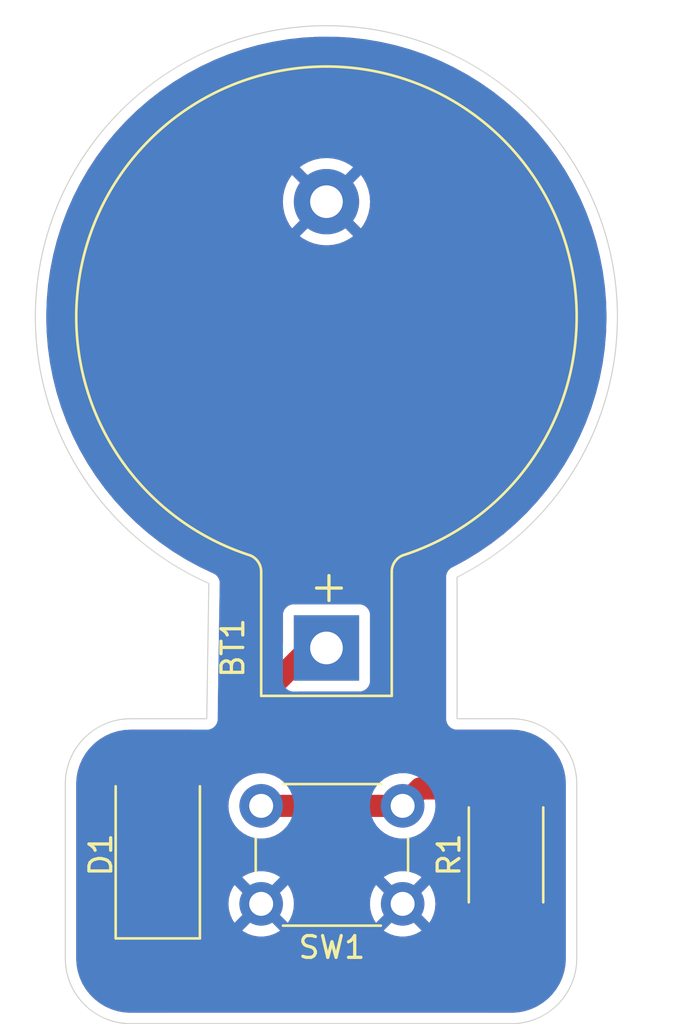
<source format=kicad_pcb>
(kicad_pcb (version 20240108) (generator "pcbnew") (generator_version "8.0")
  (layers (0 "F.Cu" signal) (31 "B.Cu" signal) (34 "B.Paste" user) (35 "F.Paste" user) (36 "B.SilkS" user "B.Silkscreen") (37 "F.SilkS" user "F.Silkscreen") (38 "B.Mask" user) (39 "F.Mask" user) (44 "Edge.Cuts" user))
  (net 0 "")
  (net 1 "Net-(BT1-+)")
  (net 2 "GND")
  (net 3 "Net-(D1-K)")
  (net 4 "Net-(SW1-B)")
  (footprint "Battery:BatteryHolder_Keystone_103_1x20mm" (layer "F.Cu") (at 160.999999 61.250001 90)
    (property "Reference" "BT1" (at 0 -4.3 270) (layer "F.SilkS"))
    (property "Value" "Battery_Cell")
    (fp_line (start -2.2 -3) (end 3.5 -3) (stroke (width 0.12)) (layer "F.SilkS"))
    (fp_line (start -2.2 3) (end -2.2 -3) (stroke (width 0.12)) (layer "F.SilkS"))
    (fp_line (start -2.2 3) (end 3.5 3) (stroke (width 0.12)) (layer "F.SilkS"))
    (fp_arc (start 4.25 -3.5) (mid 3.950694 -3.136459) (end 3.5 -3) (stroke (width 0.12)) (layer "F.SilkS"))
    (fp_arc (start 4.25 -3.5) (mid 16.971103 -11.358466) (end 26.695671 0) (stroke (width 0.12)) (layer "F.SilkS"))
    (fp_arc (start 26.695671 0) (mid 16.971103 11.358466) (end 4.25 3.5) (stroke (width 0.12)) (layer "F.SilkS"))
    (fp_arc (start 3.5 3) (mid 3.950694 3.136459) (end 4.25 3.5) (stroke (width 0.12)) (layer "F.SilkS"))
    (fp_text user "+" (at 2.75 0 270) (layer "F.SilkS") (effects (font (size 1.5 1.5))))
    (pad "1" thru_hole rect (at 0 0 90) (size 3 3) (drill 1.5) (layers "*.Cu" "*.Mask") (net 1 "Net-(BT1-+)"))
    (pad "2" thru_hole circle (at 20.49 0 90) (size 3 3) (drill 1.5) (layers "*.Cu" "*.Mask") (net 2 "GND"))
  )
  (footprint "LED_SMD:LED_2512_6332Metric" (layer "F.Cu") (at 153.25 70.75 90)
    (property "Reference" "D1" (at 0 -2.62 270) (layer "F.SilkS"))
    (property "Value" "LED")
    (fp_line (start 3.15 -1.935) (end -3.835 -1.935) (stroke (width 0.12)) (layer "F.SilkS"))
    (fp_line (start -3.835 -1.935) (end -3.835 1.935) (stroke (width 0.12)) (layer "F.SilkS"))
    (fp_line (start -3.835 1.935) (end 3.15 1.935) (stroke (width 0.12)) (layer "F.SilkS"))
    (pad "1" smd roundrect (at -2.9 0 90) (size 1.35 3.35) (layers "F.Cu" "F.Paste" "F.Mask") (roundrect_rratio 0.185185) (net 3 "Net-(D1-K)"))
    (pad "2" smd roundrect (at 2.9 0 90) (size 1.35 3.35) (layers "F.Cu" "F.Paste" "F.Mask") (roundrect_rratio 0.185185) (net 1 "Net-(BT1-+)"))
  )
  (footprint "Resistor_SMD:R_2512_6332Metric_Pad1.40x3.35mm_HandSolder" (layer "F.Cu") (at 169.25 70.75 90)
    (property "Reference" "R1" (at 0 -2.62 270) (layer "F.SilkS"))
    (property "Value" "R_US")
    (fp_line (start -2.177064 -1.71) (end 2.177064 -1.71) (stroke (width 0.12)) (layer "F.SilkS"))
    (fp_line (start -2.177064 1.71) (end 2.177064 1.71) (stroke (width 0.12)) (layer "F.SilkS"))
    (pad "1" smd roundrect (at -3.05 0 90) (size 1.4 3.35) (layers "F.Cu" "F.Paste" "F.Mask") (roundrect_rratio 0.178571) (net 3 "Net-(D1-K)"))
    (pad "2" smd roundrect (at 3.05 0 90) (size 1.4 3.35) (layers "F.Cu" "F.Paste" "F.Mask") (roundrect_rratio 0.178571) (net 4 "Net-(SW1-B)"))
  )
  (footprint "Button_Switch_THT:SW_PUSH_6mm" (layer "F.Cu") (at 164.5 73 180)
    (property "Reference" "SW1" (at 3.25 -2 180) (layer "F.SilkS"))
    (property "Value" "SW_SPST")
    (fp_line (start 6.75 3) (end 6.75 1.5) (stroke (width 0.12)) (layer "F.SilkS"))
    (fp_line (start 5.5 -1) (end 1 -1) (stroke (width 0.12)) (layer "F.SilkS"))
    (fp_line (start 1 5.5) (end 5.5 5.5) (stroke (width 0.12)) (layer "F.SilkS"))
    (fp_line (start -0.25 1.5) (end -0.25 3) (stroke (width 0.12)) (layer "F.SilkS"))
    (pad "1" thru_hole circle (at 0 0 270) (size 2 2) (drill 1.1) (layers "*.Cu" "*.Mask") (net 2 "GND"))
    (pad "1" thru_hole circle (at 6.5 0 270) (size 2 2) (drill 1.1) (layers "*.Cu" "*.Mask") (net 2 "GND"))
    (pad "2" thru_hole circle (at 0 4.5 270) (size 2 2) (drill 1.1) (layers "*.Cu" "*.Mask") (net 4 "Net-(SW1-B)"))
    (pad "2" thru_hole circle (at 6.5 4.5 270) (size 2 2) (drill 1.1) (layers "*.Cu" "*.Mask") (net 4 "Net-(SW1-B)"))
  )
  (gr_line (start 169.5 64.5) (end 167.5 64.5) (stroke (width 0.05)) (layer "Edge.Cuts"))
  (gr_line (start 155.5 64.5) (end 152 64.5) (stroke (width 0.05)) (layer "Edge.Cuts"))
  (gr_line (start 155.595212 58.284357) (end 155.5 64.5) (stroke (width 0.05)) (layer "Edge.Cuts"))
  (gr_line (start 167 64.5) (end 167 57.999999) (stroke (width 0.05)) (layer "Edge.Cuts"))
  (gr_arc (start 149 67.5) (mid 149.87868 65.37868) (end 152 64.5) (stroke (width 0.05)) (layer "Edge.Cuts"))
  (gr_line (start 167.5 64.5) (end 167 64.5) (stroke (width 0.05)) (layer "Edge.Cuts"))
  (gr_arc (start 152 78.5) (mid 149.87868 77.62132) (end 149 75.5) (stroke (width 0.05)) (layer "Edge.Cuts"))
  (gr_arc (start 169.5 64.5) (mid 171.62132 65.37868) (end 172.5 67.5) (stroke (width 0.05)) (layer "Edge.Cuts"))
  (gr_arc (start 172.5 75.5) (mid 171.62132 77.62132) (end 169.5 78.5) (stroke (width 0.05)) (layer "Edge.Cuts"))
  (gr_line (start 149 67.5) (end 149 75.5) (stroke (width 0.05)) (layer "Edge.Cuts"))
  (gr_arc (start 155.595212 58.284357) (mid 160.662859 32.684273) (end 167 57.999999) (stroke (width 0.05)) (layer "Edge.Cuts"))
  (gr_line (start 152 78.5) (end 169.5 78.5) (stroke (width 0.05)) (layer "Edge.Cuts"))
  (gr_line (start 172.5 75.5) (end 172.5 67.5) (stroke (width 0.05)) (layer "Edge.Cuts"))
  (segment (start 160.249999 61.250001) (end 160.999999 61.250001) (width 1.016) (layer "F.Cu") (net 1))
  (segment (start 153.25 67.85) (end 153.65 67.85) (width 1.016) (layer "F.Cu") (net 1))
  (segment (start 153.65 67.85) (end 160.249999 61.250001) (width 1.016) (layer "F.Cu") (net 1))
  (segment (start 169.25 75.75) (end 168.25 76.75) (width 1.016) (layer "F.Cu") (net 3))
  (segment (start 153.75 76.75) (end 153.25 76.25) (width 1.016) (layer "F.Cu") (net 3))
  (segment (start 153.25 76.25) (end 153.25 73.65) (width 1.016) (layer "F.Cu") (net 3))
  (segment (start 168.25 76.75) (end 153.75 76.75) (width 1.016) (layer "F.Cu") (net 3))
  (segment (start 169.25 73.8) (end 169.25 75.75) (width 1.016) (layer "F.Cu") (net 3))
  (segment (start 158 68.5) (end 164.5 68.5) (width 1.016) (layer "F.Cu") (net 4))
  (segment (start 165.3 67.7) (end 164.5 68.5) (width 1.016) (layer "F.Cu") (net 4))
  (segment (start 169.25 67.7) (end 165.3 67.7) (width 1.016) (layer "F.Cu") (net 4))
  (zone (net 2) (net_name "GND") (layers "F&B.Cu") (connect_pads (clearance 0.5)) (min_thickness 0.25) (fill yes (thermal_gap 0.5) (thermal_bridge_width 0.5))
    (polygon (pts (xy 146 78.5) (xy 178 78.5) (xy 178 31.5) (xy 146 31.5)))
  )
)
</source>
